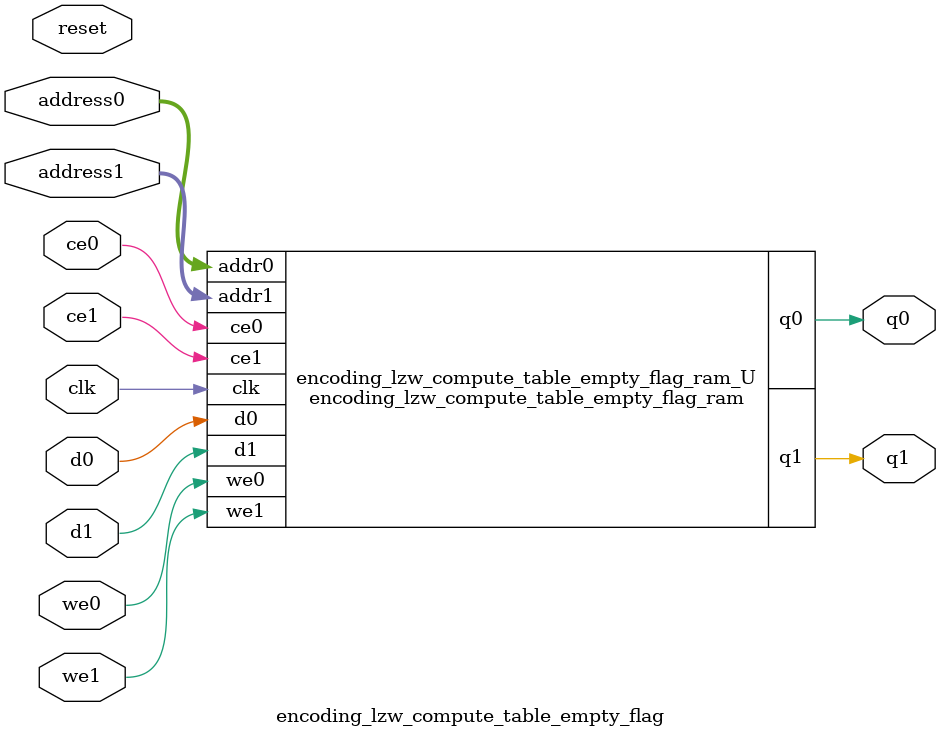
<source format=v>
`timescale 1 ns / 1 ps
module encoding_lzw_compute_table_empty_flag_ram (addr0, ce0, d0, we0, q0, addr1, ce1, d1, we1, q1,  clk);

parameter DWIDTH = 1;
parameter AWIDTH = 18;
parameter MEM_SIZE = 133000;

input[AWIDTH-1:0] addr0;
input ce0;
input[DWIDTH-1:0] d0;
input we0;
output reg[DWIDTH-1:0] q0;
input[AWIDTH-1:0] addr1;
input ce1;
input[DWIDTH-1:0] d1;
input we1;
output reg[DWIDTH-1:0] q1;
input clk;

reg [DWIDTH-1:0] ram[0:MEM_SIZE-1];




always @(posedge clk)  
begin 
    if (ce0) begin
        if (we0) 
            ram[addr0] <= d0; 
        q0 <= ram[addr0];
    end
end


always @(posedge clk)  
begin 
    if (ce1) begin
        if (we1) 
            ram[addr1] <= d1; 
        q1 <= ram[addr1];
    end
end


endmodule

`timescale 1 ns / 1 ps
module encoding_lzw_compute_table_empty_flag(
    reset,
    clk,
    address0,
    ce0,
    we0,
    d0,
    q0,
    address1,
    ce1,
    we1,
    d1,
    q1);

parameter DataWidth = 32'd1;
parameter AddressRange = 32'd133000;
parameter AddressWidth = 32'd18;
input reset;
input clk;
input[AddressWidth - 1:0] address0;
input ce0;
input we0;
input[DataWidth - 1:0] d0;
output[DataWidth - 1:0] q0;
input[AddressWidth - 1:0] address1;
input ce1;
input we1;
input[DataWidth - 1:0] d1;
output[DataWidth - 1:0] q1;



encoding_lzw_compute_table_empty_flag_ram encoding_lzw_compute_table_empty_flag_ram_U(
    .clk( clk ),
    .addr0( address0 ),
    .ce0( ce0 ),
    .we0( we0 ),
    .d0( d0 ),
    .q0( q0 ),
    .addr1( address1 ),
    .ce1( ce1 ),
    .we1( we1 ),
    .d1( d1 ),
    .q1( q1 ));

endmodule


</source>
